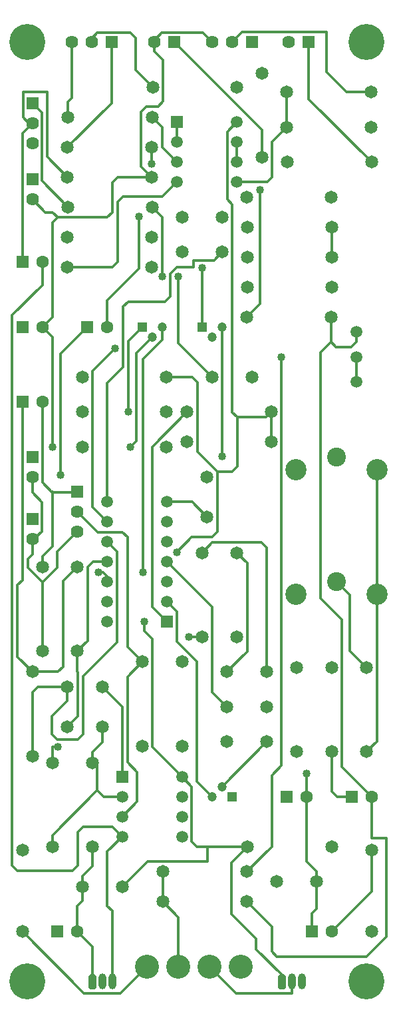
<source format=gbr>
G04 DipTrace 2.4.0.2*
%INBottom.gbr*%
%MOIN*%
%ADD13C,0.013*%
%ADD14C,0.065*%
%ADD15R,0.063X0.063*%
%ADD16C,0.063*%
%ADD17R,0.0638X0.0638*%
%ADD18C,0.0638*%
%ADD19C,0.0945*%
%ADD20C,0.1063*%
%ADD21C,0.12*%
%ADD22C,0.0591*%
%ADD23R,0.0472X0.0472*%
%ADD24C,0.0472*%
%ADD25R,0.0591X0.0591*%
%ADD26O,0.0394X0.0787*%
%ADD27C,0.18*%
%ADD29C,0.04*%
%FSLAX44Y44*%
G04*
G70*
G90*
G75*
G01*
%LNBottom*%
%LPD*%
X13000Y6190D2*
D13*
Y8667D1*
X12227Y9440D1*
X7940Y27940D2*
X6940Y26940D1*
Y26160D1*
X6190Y25410D1*
X5450Y26151D1*
Y26590D1*
X5690Y26830D1*
Y27584D1*
X22440Y16940D2*
X22968Y17468D1*
Y24810D1*
X14690Y52440D2*
X14220Y52910D1*
X12178D1*
X11796Y52529D1*
Y52440D1*
X14440Y28690D2*
X13690Y29440D1*
X12440D1*
X7653Y52440D2*
Y49642D1*
X7477Y49467D1*
Y48690D1*
X11653Y45690D2*
X9960D1*
X9700Y45430D1*
Y43930D1*
X9440Y43670D1*
X6960D1*
X6700Y43930D1*
X6344D1*
X5690Y44584D1*
X6190Y25410D2*
Y21977D1*
X12227Y9440D2*
Y10940D1*
X5690Y27584D2*
X5779D1*
X6160Y27966D1*
Y29435D1*
X5690Y29906D1*
Y30690D1*
X22968Y24810D2*
Y31060D1*
X19440Y14690D2*
Y15842D1*
X6960Y43670D2*
X6700Y43410D1*
Y38700D1*
X6190Y38190D1*
X11796Y52440D2*
Y51988D1*
X12247Y51537D1*
Y49470D1*
X11987Y49210D1*
X11393D1*
X11133Y48950D1*
Y46210D1*
X11653Y45690D1*
X6190Y38190D2*
X6700Y37680D1*
Y32190D1*
X14560Y6190D2*
X15899Y4851D1*
X18690D1*
Y5440D1*
X19440Y14690D2*
Y11460D1*
X19940Y10960D1*
Y10440D1*
X8690Y12190D2*
Y11210D1*
X8190Y10710D1*
Y10190D1*
X19940Y10440D2*
Y9095D1*
X19690Y8845D1*
Y7940D1*
X7940D2*
X8690Y7190D1*
Y5440D1*
X8190Y10190D2*
Y9481D1*
X7940Y9231D1*
Y7940D1*
X15190Y41940D2*
X14785Y41535D1*
X13781D1*
Y41190D1*
X12940D1*
X12605Y40855D1*
Y39726D1*
X12345Y39466D1*
X10490D1*
X10230Y39206D1*
Y36186D1*
X9440Y35396D1*
Y29440D1*
X20690Y43190D2*
Y41690D1*
X14190Y41140D2*
Y38190D1*
X9835Y37105D2*
X8710Y35979D1*
Y29170D1*
X9440Y28440D1*
X15210Y31729D2*
Y36963D1*
X15190Y36983D1*
Y38190D1*
X12403Y35690D2*
X13700D1*
X13960Y35430D1*
Y31950D1*
X14960Y30950D1*
Y27942D1*
X14700Y27682D1*
X13682D1*
X12930Y26930D1*
X14960Y30950D2*
X15710D1*
X15970Y31210D1*
Y33670D1*
X15710Y33930D1*
Y44320D1*
X15450Y44580D1*
Y47950D1*
X15940Y48440D1*
X17653Y32440D2*
Y33940D1*
X13190Y15690D2*
X11710Y17170D1*
Y22580D1*
X11300Y22990D1*
Y23440D1*
X13190Y15690D2*
X13680Y15200D1*
Y12450D1*
X13940Y12190D1*
X14460D1*
X16477D1*
X17653Y33940D2*
X17383Y33670D1*
X15970D1*
X16477Y12190D2*
X15660Y11373D1*
Y8827D1*
X16915Y7573D1*
Y7054D1*
X18190Y5779D1*
Y5440D1*
X14460Y12190D2*
Y11460D1*
X11460D1*
X10190Y10190D1*
X6190Y41440D2*
Y40286D1*
X4680Y38777D1*
Y11255D1*
X4940Y10995D1*
X7700D1*
X7960Y11255D1*
Y12920D1*
X8220Y13180D1*
X9700D1*
X10190Y12690D1*
X7440Y41190D2*
X9700D1*
X9960Y41450D1*
Y44450D1*
X10220Y44710D1*
X12210D1*
X12940Y45440D1*
X10190Y12690D2*
X9440Y11940D1*
Y9221D1*
X9690Y8971D1*
Y5440D1*
X22440Y21153D2*
X21607Y21985D1*
Y24773D1*
X20940Y25440D1*
X17440Y17440D2*
X15190Y15190D1*
X12440Y24440D2*
X12930Y23950D1*
Y22465D1*
X13940Y21455D1*
Y15440D1*
X14690Y14690D1*
X15440Y19190D2*
X14710Y19920D1*
Y24170D1*
X12440Y26440D1*
X20690Y16940D2*
Y14950D1*
X20950Y14690D1*
X21690D1*
X20653Y38690D2*
Y37440D1*
X20133Y36920D1*
Y24622D1*
X21210Y23545D1*
Y16170D1*
X22690Y14690D1*
X20653Y37440D2*
X20912Y37180D1*
X21680D1*
X21940Y37440D1*
Y37940D1*
X22690Y14690D2*
Y12636D1*
X23440D1*
Y7690D1*
X22440Y6690D1*
X17940D1*
X17690Y6940D1*
Y8190D1*
X16440Y9440D1*
X5190Y41440D2*
Y47903D1*
X5690Y48403D1*
X5495D1*
X5220Y48678D1*
Y49940D1*
X6420D1*
Y46710D1*
X7440Y45690D1*
X17095Y45045D2*
Y39345D1*
X16440Y38690D1*
X7477Y44190D2*
X6160Y45507D1*
Y48932D1*
X5690Y49403D1*
X12999Y40710D2*
Y37381D1*
X14690Y35690D1*
X12210Y40710D2*
Y43670D1*
X11690Y44190D1*
X13440Y33940D2*
X11694Y32194D1*
Y24186D1*
X12440Y23440D1*
X15940Y26903D2*
X16460Y26383D1*
Y21960D1*
X15440Y20940D1*
X14190Y26903D2*
X14710Y27422D1*
X17180D1*
X17440Y27162D1*
Y20940D1*
X7095Y30796D2*
Y36845D1*
X8440Y38190D1*
X14190Y22690D2*
X13535D1*
X18172Y36690D2*
Y16240D1*
X17700Y15767D1*
Y12200D1*
X16440Y10940D1*
X9440Y38190D2*
Y39517D1*
X11035Y41112D1*
Y43727D1*
X11653Y46345D2*
Y47190D1*
X21940Y36690D2*
Y35440D1*
X10585Y32190D2*
X10884Y32490D1*
Y36884D1*
X11690Y37690D1*
X10490Y33940D2*
Y37490D1*
X11190Y38190D1*
X11240Y25930D2*
Y36586D1*
X12190Y37537D1*
Y38190D1*
X8998Y25930D2*
X9240D1*
X9440Y25730D1*
Y25440D1*
X7440Y18190D2*
X7960Y18710D1*
Y20928D1*
X7940Y20948D1*
Y21977D1*
X8460Y22497D1*
Y26180D1*
X8720Y26440D1*
X9440D1*
X5690Y16727D2*
Y19930D1*
X5950Y20190D1*
X7440D1*
Y19502D1*
X6660Y18723D1*
Y17827D1*
X6920Y17567D1*
X7960D1*
X8220Y17827D1*
Y20710D1*
X9930Y22420D1*
Y26950D1*
X9440Y27440D1*
X5190Y34440D2*
Y25536D1*
X4940Y25286D1*
Y21690D1*
X5690Y20940D1*
X6960D1*
X7220Y21200D1*
Y25470D1*
X7940Y26190D1*
X6190D2*
Y26710D1*
X6690Y27210D1*
Y29940D1*
X6680Y29930D1*
X6190Y30420D1*
Y34440D1*
X6680Y29930D2*
X7940D1*
Y29940D1*
X10190Y13690D2*
X10940Y14440D1*
Y15935D1*
X10450Y16425D1*
Y20700D1*
X11190Y21440D1*
X10450Y22180D1*
Y27670D1*
X10190Y27930D1*
X8950D1*
X7940Y28940D1*
X10190Y14690D2*
X9265D1*
X8940Y15015D1*
X6690Y12765D1*
Y12190D1*
X8940Y15015D2*
Y16403D1*
X8690D1*
Y16922D1*
X9190Y17422D1*
Y18190D1*
Y20190D2*
X10190Y19190D1*
Y15690D1*
X6977Y17172D2*
X6690D1*
Y16403D1*
X11440Y6190D2*
X10101Y4851D1*
X8279D1*
X5190Y7940D1*
X9653Y52440D2*
Y49403D1*
X7440Y47190D1*
X22653Y49940D2*
X21440D1*
X20440Y50940D1*
Y52940D1*
X16190D1*
X15690Y52440D1*
X11727Y50190D2*
X10873Y51044D1*
Y52651D1*
X10613Y52910D1*
X8928D1*
X8653Y52635D1*
Y52440D1*
X12940Y48440D2*
Y47440D1*
X11690Y48690D2*
X12210Y48170D1*
Y47170D1*
X12940Y46440D1*
X17190Y46690D2*
Y48046D1*
X12796Y52440D1*
X15940Y47440D2*
Y46440D1*
X18440Y49940D2*
Y48190D1*
X17710Y47460D1*
Y45700D1*
X17450Y45440D1*
X15940D1*
X22690Y46440D2*
X19546Y49584D1*
Y52440D1*
X20690Y7940D2*
X22690Y9940D1*
Y12015D1*
D27*
X5440Y5440D3*
X22440D3*
X5440Y52440D3*
D29*
X19440Y15842D3*
X6700Y32190D3*
X14190Y41140D3*
X9835Y37105D3*
X15210Y31729D3*
X12930Y26930D3*
X11300Y23440D3*
X17095Y45045D3*
X12999Y40710D3*
X12210D3*
X7095Y30796D3*
X13535Y22690D3*
X18172Y36690D3*
X11035Y43727D3*
X11653Y46345D3*
X10585Y32190D3*
X10490Y33940D3*
X11240Y25930D3*
X8998D3*
X6977Y17172D3*
D27*
X22440Y52440D3*
D14*
X15190Y43690D3*
X13190D3*
X15190Y41940D3*
X13190D3*
X14440Y28690D3*
Y30690D3*
X15440Y17440D3*
X17440D3*
D15*
X18440Y14690D3*
D16*
X19440D3*
D14*
X15440Y19190D3*
X17440D3*
D15*
X21690Y14690D3*
D16*
X22690D3*
D15*
X5190Y41440D3*
D16*
X6190D3*
D14*
X14690Y35690D3*
X16690D3*
X15440Y20940D3*
X17440D3*
D15*
X8440Y38190D3*
D16*
X9440D3*
D15*
X5190D3*
D16*
X6190D3*
D14*
X7440Y18190D3*
Y20190D3*
D15*
X5190Y34440D3*
D16*
X6190D3*
D14*
X9190Y18190D3*
Y20190D3*
D15*
X6940Y7940D3*
D16*
X7940D3*
D14*
X10190Y10190D3*
X8190D3*
D15*
X19690Y7940D3*
D16*
X20690D3*
D14*
X19940Y10440D3*
X17940D3*
D17*
X9653Y52440D3*
D18*
X8653D3*
X7653D3*
D17*
X5690Y49403D3*
D18*
Y48403D3*
Y47403D3*
D17*
X7940Y29940D3*
D18*
Y28940D3*
Y27940D3*
D17*
X5690Y31690D3*
D18*
Y30690D3*
D17*
X16690Y52440D3*
D18*
X15690D3*
X14690D3*
D17*
X12796D3*
D18*
X11796D3*
D17*
X19546D3*
D18*
X18546D3*
D17*
X5690Y28584D3*
D18*
Y27584D3*
D17*
Y45584D3*
D18*
Y44584D3*
D19*
X20940Y31690D3*
D20*
X18912Y31060D3*
X22968D3*
D19*
X20940Y25440D3*
D20*
X18912Y24810D3*
X22968D3*
D14*
X5190Y7940D3*
Y12015D3*
X22690Y7940D3*
Y12015D3*
D21*
X11440Y6190D3*
X13000D3*
X14560D3*
X16120D3*
D22*
X21940Y37940D3*
Y36690D3*
Y35440D3*
D23*
X14190Y38190D3*
D24*
X14690Y37690D3*
X15190Y38190D3*
D23*
X15690Y14690D3*
D24*
X15190Y15190D3*
X14690Y14690D3*
D23*
X11190Y38190D3*
D24*
X11690Y37690D3*
X12190Y38190D3*
D14*
X16440Y44690D3*
X20653D3*
X20690Y43190D3*
X16477D3*
X20690Y41690D3*
X16477D3*
X7440Y41190D3*
X11653D3*
X13440Y32440D3*
X17653D3*
X22440Y16940D3*
Y21153D3*
X20690Y12190D3*
X16477D3*
X20690Y16940D3*
Y21153D3*
X18940Y16940D3*
Y21153D3*
X7440Y42690D3*
X11653D3*
X7440Y45690D3*
X11653D3*
X20690Y40190D3*
X16477D3*
X11690Y44190D3*
X7477D3*
X13440Y33940D3*
X17653D3*
X14190Y22690D3*
Y26903D3*
X15940Y22690D3*
Y26903D3*
X16440Y38690D3*
X20653D3*
X8190Y32190D3*
X12403D3*
X8190Y35690D3*
X12403D3*
X8190Y33940D3*
X12403D3*
X7940Y26190D3*
Y21977D3*
X5690Y20940D3*
Y16727D3*
X6190Y26190D3*
Y21977D3*
X11190Y21440D3*
Y17227D3*
X8690Y12190D3*
Y16403D3*
X6690Y12190D3*
Y16403D3*
X13190Y21440D3*
Y17227D3*
X7440Y47190D3*
X11653D3*
X15940Y50190D3*
X11727D3*
X11690Y48690D3*
X7477D3*
X17190Y46690D3*
Y50903D3*
X18440Y49940D3*
X22653D3*
X18440Y48190D3*
X22653D3*
X22690Y46440D3*
X18477D3*
X16440Y10940D3*
X12227D3*
X16440Y9440D3*
X12227D3*
D25*
X12440Y23440D3*
D22*
Y24440D3*
Y25440D3*
Y26440D3*
Y27440D3*
Y28440D3*
Y29440D3*
X9440D3*
Y28440D3*
Y27440D3*
Y26440D3*
Y25440D3*
Y24440D3*
Y23440D3*
D25*
X10190Y15690D3*
D22*
Y14690D3*
Y13690D3*
Y12690D3*
X13190D3*
Y13690D3*
Y14690D3*
Y15690D3*
D25*
X12940Y48440D3*
D22*
Y47440D3*
Y46440D3*
Y45440D3*
X15940D3*
Y46440D3*
Y47440D3*
Y48440D3*
G36*
X17993Y5145D2*
X18092Y5046D1*
X18288D1*
X18387Y5145D1*
Y5735D1*
X18288Y5834D1*
X18092D1*
X17993Y5735D1*
Y5145D1*
G37*
D26*
X18690Y5440D3*
X19190D3*
G36*
X8493Y5145D2*
X8592Y5046D1*
X8788D1*
X8887Y5145D1*
Y5735D1*
X8788Y5834D1*
X8592D1*
X8493Y5735D1*
Y5145D1*
G37*
D26*
X9190Y5440D3*
X9690D3*
M02*

</source>
